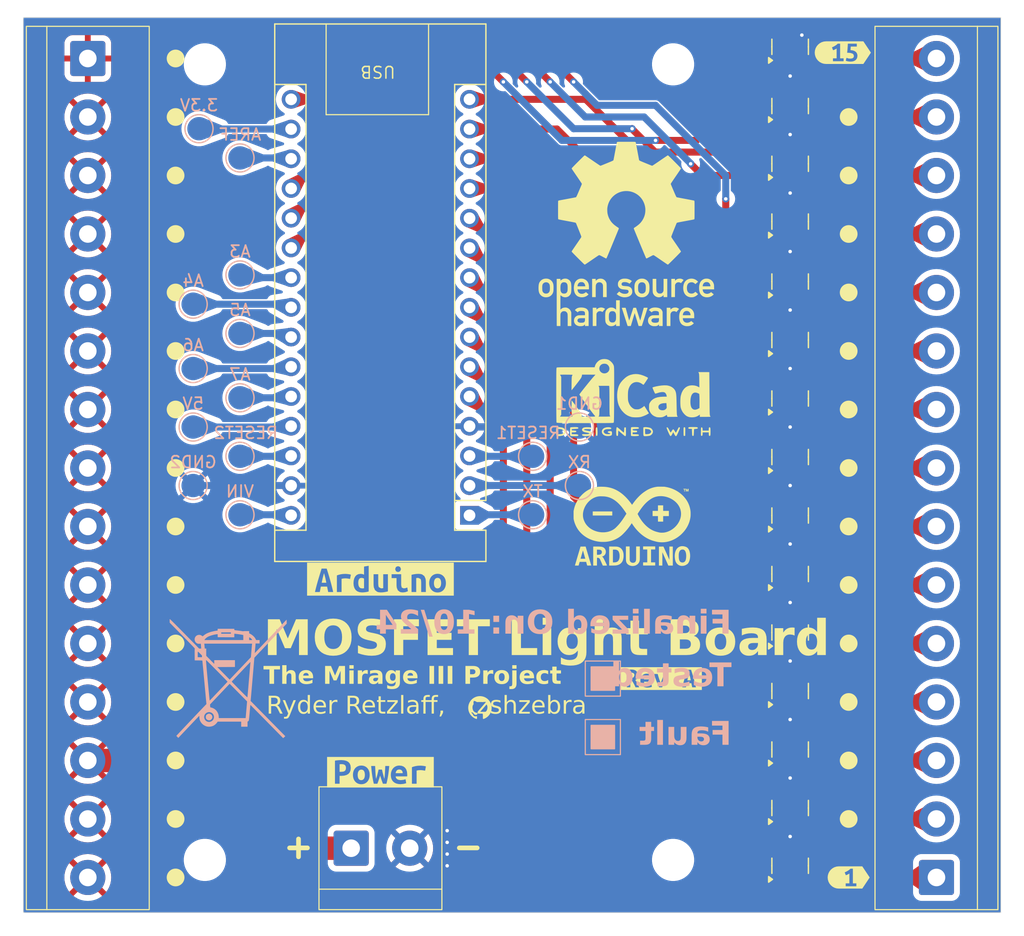
<source format=kicad_pcb>
(kicad_pcb (version 20240108) (generator "pcbnew") (generator_version "8.0")
  (layers (0 "F.Cu" signal) (31 "B.Cu" signal) (34 "B.Paste" user) (35 "F.Paste" user) (36 "B.SilkS" user "B.Silkscreen") (37 "F.SilkS" user "F.Silkscreen") (38 "B.Mask" user) (39 "F.Mask" user) (44 "Edge.Cuts" user))
  (net 0 "")
  (net 1 "Net-(A1-~{RESET}-Pad28)")
  (net 2 "Net-(A1-A5)")
  (net 3 "/M7_Gate")
  (net 4 "/M15_Gate")
  (net 5 "Net-(A1-3V3)")
  (net 6 "/M4_Gate")
  (net 7 "Net-(A1-AREF)")
  (net 8 "Net-(A1-A7)")
  (net 9 "Net-(A1-D1{slash}TX)")
  (net 10 "/M12_Gate")
  (net 11 "Net-(A1-A6)")
  (net 12 "/M3_Gate")
  (net 13 "/M8_Gate")
  (net 14 "Net-(A1-A4)")
  (net 15 "Net-(A1-+5V)")
  (net 16 "/M6_Gate")
  (net 17 "/M10_Gate")
  (net 18 "/M14_Gate")
  (net 19 "/M1_Gate")
  (net 20 "Net-(A1-~{RESET}-Pad3)")
  (net 21 "Net-(A1-VIN)")
  (net 22 "/M9_Gate")
  (net 23 "/M2_Gate")
  (net 24 "/M5_Gate")
  (net 25 "/M13_Gate")
  (net 26 "Net-(A1-A3)")
  (net 27 "Net-(A1-D0{slash}RX)")
  (net 28 "/M11_Gate")
  (net 29 "/M10_Drain")
  (net 30 "/M12_Drain")
  (net 31 "/M8_Drain")
  (net 32 "/M2_Drain")
  (net 33 "/M13_Drain")
  (net 34 "/M3_Drain")
  (net 35 "/M15_Drain")
  (net 36 "/M6_Drain")
  (net 37 "/M4_Drain")
  (net 38 "/M11_Drain")
  (net 39 "/M5_Drain")
  (net 40 "/M1_Drain")
  (net 41 "/M14_Drain")
  (net 42 "/M9_Drain")
  (net 43 "/M7_Drain")
  (net 44 "VCC")
  (net 45 "GND")
  (footprint "kibuzzard-671861A2" (layer "F.Cu") (at 127.5 114.5)
    (property "Reference" "kibuzzard-671861A2" (hide yes))
    (property "Value" "G***" (hide yes))
  )
  (footprint "MountingHole:MountingHole_3.2mm_M3" (layer "F.Cu") (at 112.5 70.5)
    (property "Reference" "H1" (hide yes))
    (property "Value" "MountingHole")
    (pad "" np_thru_hole circle (at 0 0) (size 3.2 3.2) (drill 3.2) (layers "*.Cu" "*.Mask"))
  )
  (footprint "Package_TO_SOT_SMD:SOT-23" (layer "F.Cu") (at 162.5 74.0625 90)
    (property "Reference" "Q14" (hide yes))
    (property "Value" "SK359AN")
    (pad "1" smd roundrect (at -0.9375 -0.95 90) (size 1.475 0.6) (layers "F.Cu" "F.Paste" "F.Mask") (net 18 "/M14_Gate"))
    (pad "2" smd roundrect (at -0.9375 0.95 90) (size 1.475 0.6) (layers "F.Cu" "F.Paste" "F.Mask") (net 41 "/M14_Drain"))
    (pad "3" smd roundrect (at 0.9375 0 90) (size 1.475 0.6) (layers "F.Cu" "F.Paste" "F.Mask") (net 45 "GND"))
  )
  (footprint "Package_TO_SOT_SMD:SOT-23" (layer "F.Cu") (at 162.5 114.0625 90)
    (property "Reference" "Q6" (hide yes))
    (property "Value" "SK359AN")
    (pad "1" smd roundrect (at -0.9375 -0.95 90) (size 1.475 0.6) (layers "F.Cu" "F.Paste" "F.Mask") (net 16 "/M6_Gate"))
    (pad "2" smd roundrect (at -0.9375 0.95 90) (size 1.475 0.6) (layers "F.Cu" "F.Paste" "F.Mask") (net 36 "/M6_Drain"))
    (pad "3" smd roundrect (at 0.9375 0 90) (size 1.475 0.6) (layers "F.Cu" "F.Paste" "F.Mask") (net 45 "GND"))
  )
  (footprint "Project:TerminalBlock_01x15" (layer "F.Cu") (at 175 140 90)
    (property "Reference" "J1" (hide yes))
    (property "Value" "Screw_Terminal_01x15" (hide yes))
    (pad "1" thru_hole roundrect (at 0 0 90) (size 3 3) (drill 1.5) (layers "*.Cu" "*.Mask") (roundrect_rratio 0.08333333333) (net 40 "/M1_Drain"))
    (pad "2" thru_hole circle (at 5 0 90) (size 3 3) (drill 1.5) (layers "*.Cu" "*.Mask") (net 32 "/M2_Drain"))
    (pad "3" thru_hole circle (at 10 0 90) (size 3 3) (drill 1.5) (layers "*.Cu" "*.Mask") (net 34 "/M3_Drain"))
    (pad "4" thru_hole circle (at 15 0 90) (size 3 3) (drill 1.5) (layers "*.Cu" "*.Mask") (net 37 "/M4_Drain"))
    (pad "5" thru_hole circle (at 20 0 90) (size 3 3) (drill 1.5) (layers "*.Cu" "*.Mask") (net 39 "/M5_Drain"))
    (pad "6" thru_hole circle (at 25 0 90) (size 3 3) (drill 1.5) (layers "*.Cu" "*.Mask") (net 36 "/M6_Drain"))
    (pad "7" thru_hole circle (at 30 0 90) (size 3 3) (drill 1.5) (layers "*.Cu" "*.Mask") (net 43 "/M7_Drain"))
    (pad "8" thru_hole circle (at 35 0 90) (size 3 3) (drill 1.5) (layers "*.Cu" "*.Mask") (net 31 "/M8_Drain"))
    (pad "9" thru_hole circle (at 40 0 90) (size 3 3) (drill 1.5) (layers "*.Cu" "*.Mask") (net 42 "/M9_Drain"))
    (pad "10" thru_hole circle (at 45 0 90) (size 3 3) (drill 1.5) (layers "*.Cu" "*.Mask") (net 29 "/M10_Drain"))
    (pad "11" thru_hole circle (at 50 0 90) (size 3 3) (drill 1.5) (layers "*.Cu" "*.Mask") (net 38 "/M11_Drain"))
    (pad "12" thru_hole circle (at 55 0 90) (size 3 3) (drill 1.5) (layers "*.Cu" "*.Mask") (net 30 "/M12_Drain"))
    (pad "13" thru_hole circle (at 60 0 90) (size 3 3) (drill 1.5) (layers "*.Cu" "*.Mask") (net 33 "/M13_Drain"))
    (pad "14" thru_hole circle (at 65 0 90) (size 3 3) (drill 1.5) (layers "*.Cu" "*.Mask") (net 41 "/M14_Drain"))
    (pad "15" thru_hole circle (at 70 0 90) (size 3 3) (drill 1.5) (layers "*.Cu" "*.Mask") (net 35 "/M15_Drain"))
  )
  (footprint "kibuzzard-67197C5A" (layer "F.Cu") (at 151.5 123)
    (property "Reference" "kibuzzard-67197C5A" (hide yes))
    (property "Value" "G***" (hide yes))
  )
  (footprint "Package_TO_SOT_SMD:SOT-23" (layer "F.Cu") (at 162.5 94.0625 90)
    (property "Reference" "Q10" (hide yes))
    (property "Value" "SK359AN")
    (pad "1" smd roundrect (at -0.9375 -0.95 90) (size 1.475 0.6) (layers "F.Cu" "F.Paste" "F.Mask") (net 17 "/M10_Gate"))
    (pad "2" smd roundrect (at -0.9375 0.95 90) (size 1.475 0.6) (layers "F.Cu" "F.Paste" "F.Mask") (net 29 "/M10_Drain"))
    (pad "3" smd roundrect (at 0.9375 0 90) (size 1.475 0.6) (layers "F.Cu" "F.Paste" "F.Mask") (net 45 "GND"))
  )
  (footprint "Package_TO_SOT_SMD:SOT-23" (layer "F.Cu") (at 162.5 83.9375 90)
    (property "Reference" "Q12" (hide yes))
    (property "Value" "SK359AN")
    (pad "1" smd roundrect (at -0.9375 -0.95 90) (size 1.475 0.6) (layers "F.Cu" "F.Paste" "F.Mask") (net 10 "/M12_Gate"))
    (pad "2" smd roundrect (at -0.9375 0.95 90) (size 1.475 0.6) (layers "F.Cu" "F.Paste" "F.Mask") (net 30 "/M12_Drain"))
    (pad "3" smd roundrect (at 0.9375 0 90) (size 1.475 0.6) (layers "F.Cu" "F.Paste" "F.Mask") (net 45 "GND"))
  )
  (footprint "Package_TO_SOT_SMD:SOT-23" (layer "F.Cu") (at 162.5 99.0625 90)
    (property "Reference" "Q9" (hide yes))
    (property "Value" "SK359AN")
    (pad "1" smd roundrect (at -0.9375 -0.95 90) (size 1.475 0.6) (layers "F.Cu" "F.Paste" "F.Mask") (net 22 "/M9_Gate"))
    (pad "2" smd roundrect (at -0.9375 0.95 90) (size 1.475 0.6) (layers "F.Cu" "F.Paste" "F.Mask") (net 42 "/M9_Drain"))
    (pad "3" smd roundrect (at 0.9375 0 90) (size 1.475 0.6) (layers "F.Cu" "F.Paste" "F.Mask") (net 45 "GND"))
  )
  (footprint "Package_TO_SOT_SMD:SOT-23" (layer "F.Cu") (at 162.5 89.0625 90)
    (property "Reference" "Q11" (hide yes))
    (property "Value" "SK359AN")
    (pad "1" smd roundrect (at -0.9375 -0.95 90) (size 1.475 0.6) (layers "F.Cu" "F.Paste" "F.Mask") (net 28 "/M11_Gate"))
    (pad "2" smd roundrect (at -0.9375 0.95 90) (size 1.475 0.6) (layers "F.Cu" "F.Paste" "F.Mask") (net 38 "/M11_Drain"))
    (pad "3" smd roundrect (at 0.9375 0 90) (size 1.475 0.6) (layers "F.Cu" "F.Paste" "F.Mask") (net 45 "GND"))
  )
  (footprint "Package_TO_SOT_SMD:SOT-23" (layer "F.Cu") (at 162.5 104.0625 90)
    (property "Reference" "Q8" (hide yes))
    (property "Value" "SK359AN")
    (pad "1" smd roundrect (at -0.9375 -0.95 90) (size 1.475 0.6) (layers "F.Cu" "F.Paste" "F.Mask") (net 13 "/M8_Gate"))
    (pad "2" smd roundrect (at -0.9375 0.95 90) (size 1.475 0.6) (layers "F.Cu" "F.Paste" "F.Mask") (net 31 "/M8_Drain"))
    (pad "3" smd roundrect (at 0.9375 0 90) (size 1.475 0.6) (layers "F.Cu" "F.Paste" "F.Mask") (net 45 "GND"))
  )
  (footprint "MountingHole:MountingHole_3.2mm_M3" (layer "F.Cu") (at 112.5 138.5)
    (property "Reference" "H3" (hide yes))
    (property "Value" "MountingHole")
    (pad "" np_thru_hole circle (at 0 0) (size 3.2 3.2) (drill 3.2) (layers "*.Cu" "*.Mask"))
  )
  (footprint "LOGO" (layer "F.Cu") (at 149 99)
    (property "Reference" "G***" (hide yes))
    (property "Value" "LOGO" (hide yes))
  )
  (footprint "LOGO" (layer "F.Cu") (at 136 125.5)
    (property "Reference" "G***" (hide yes))
    (property "Value" "LOGO" (hide yes))
  )
  (footprint "Project:TerminalBlock_01x2" (layer "F.Cu") (at 125 137.5)
    (property "Reference" "J2" (hide yes))
    (property "Value" "Screw_Terminal_01x02" (hide yes))
    (pad "1" thru_hole roundrect (at 0 0) (size 3 3) (drill 1.5) (layers "*.Cu" "*.Mask") (roundrect_rratio 0.08333333333) (net 44 "VCC"))
    (pad "2" thru_hole circle (at 5 0) (size 3 3) (drill 1.5) (layers "*.Cu" "*.Mask") (net 45 "GND"))
  )
  (footprint "Package_TO_SOT_SMD:SOT-23" (layer "F.Cu") (at 162.5 124.0625 90)
    (property "Reference" "Q4" (hide yes))
    (property "Value" "SK359AN")
    (pad "1" smd roundrect (at -0.9375 -0.95 90) (size 1.475 0.6) (layers "F.Cu" "F.Paste" "F.Mask") (net 6 "/M4_Gate"))
    (pad "2" smd roundrect (at -0.9375 0.95 90) (size 1.475 0.6) (layers "F.Cu" "F.Paste" "F.Mask") (net 37 "/M4_Drain"))
    (pad "3" smd roundrect (at 0.9375 0 90) (size 1.475 0.6) (layers "F.Cu" "F.Paste" "F.Mask") (net 45 "GND"))
  )
  (footprint "Package_TO_SOT_SMD:SOT-23" (layer "F.Cu") (at 162.5 109.0625 90)
    (property "Reference" "Q7" (hide yes))
    (property "Value" "SK359AN")
    (pad "1" smd roundrect (at -0.9375 -0.95 90) (size 1.475 0.6) (layers "F.Cu" "F.Paste" "F.Mask") (net 3 "/M7_Gate"))
    (pad "2" smd roundrect (at -0.9375 0.95 90) (size 1.475 0.6) (layers "F.Cu" "F.Paste" "F.Mask") (net 43 "/M7_Drain"))
    (pad "3" smd roundrect (at 0.9375 0 90) (size 1.475 0.6) (layers "F.Cu" "F.Paste" "F.Mask") (net 45 "GND"))
  )
  (footprint "Package_TO_SOT_SMD:SOT-23" (layer "F.Cu") (at 162.5 139 90)
    (property "Reference" "Q1" (hide yes))
    (property "Value" "SK359AN")
    (pad "1" smd roundrect (at -0.9375 -0.95 90) (size 1.475 0.6) (layers "F.Cu" "F.Paste" "F.Mask") (net 19 "/M1_Gate"))
    (pad "2" smd roundrect (at -0.9375 0.95 90) (size 1.475 0.6) (layers "F.Cu" "F.Paste" "F.Mask") (net 40 "/M1_Drain"))
    (pad "3" smd roundrect (at 0.9375 0 90) (size 1.475 0.6) (layers "F.Cu" "F.Paste" "F.Mask") (net 45 "GND"))
  )
  (footprint "LOGO" (layer "F.Cu") (at 149 110)
    (property "Reference" "G***" (hide yes))
    (property "Value" "LOGO" (hide yes))
  )
  (footprint "MountingHole:MountingHole_3.2mm_M3" (layer "F.Cu") (at 152.5 70.5)
    (property "Reference" "H2" (hide yes))
    (property "Value" "MountingHole")
    (pad "" np_thru_hole circle (at 0 0) (size 3.2 3.2) (drill 3.2) (layers "*.Cu" "*.Mask"))
  )
  (footprint "Package_TO_SOT_SMD:SOT-23" (layer "F.Cu") (at 162.5 119.0625 90)
    (property "Reference" "Q5" (hide yes))
    (property "Value" "SK359AN")
    (pad "1" smd roundrect (at -0.9375 -0.95 90) (size 1.475 0.6) (layers "F.Cu" "F.Paste" "F.Mask") (net 24 "/M5_Gate"))
    (pad "2" smd roundrect (at -0.9375 0.95 90) (size 1.475 0.6) (layers "F.Cu" "F.Paste" "F.Mask") (net 39 "/M5_Drain"))
    (pad "3" smd roundrect (at 0.9375 0 90) (size 1.475 0.6) (layers "F.Cu" "F.Paste" "F.Mask") (net 45 "GND"))
  )
  (footprint "kibuzzard-67186155" (layer "F.Cu") (at 127.5 131)
    (property "Reference" "kibuzzard-67186155" (hide yes))
    (property "Value" "G***" (hide yes))
  )
  (footprint "Package_TO_SOT_SMD:SOT-23" (layer "F.Cu") (at 162.5 134.0625 90)
    (property "Reference" "Q2" (hide yes))
    (property "Value" "SK359AN")
    (pad "1" smd roundrect (at -0.9375 -0.95 90) (size 1.475 0.6) (layers "F.Cu" "F.Paste" "F.Mask") (net 23 "/M2_Gate"))
    (pad "2" smd roundrect (at -0.9375 0.95 90) (size 1.475 0.6) (layers "F.Cu" "F.Paste" "F.Mask") (net 32 "/M2_Drain"))
    (pad "3" smd roundrect (at 0.9375 0 90) (size 1.475 0.6) (layers "F.Cu" "F.Paste" "F.Mask") (net 45 "GND"))
  )
  (footprint "Package_TO_SOT_SMD:SOT-23" (layer "F.Cu") (at 162.5 129.0625 90)
    (property "Reference" "Q3" (hide yes))
    (property "Value" "SK359AN")
    (pad "1" smd roundrect (at -0.9375 -0.95 90) (size 1.475 0.6) (layers "F.Cu" "F.Paste" "F.Mask") (net 12 "/M3_Gate"))
    (pad "2" smd roundrect (at -0.9375 0.95 90) (size 1.475 0.6) (layers "F.Cu" "F.Paste" "F.Mask") (net 34 "/M3_Drain"))
    (pad "3" smd roundrect (at 0.9375 0 90) (size 1.475 0.6) (layers "F.Cu" "F.Paste" "F.Mask") (net 45 "GND"))
  )
  (footprint "kibuzzard-67186087" (layer "F.Cu") (at 167.5 140)
    (property "Reference" "kibuzzard-67186087" (hide yes))
    (property "Value" "G***" (hide yes))
  )
  (footprint "Project:TerminalBlock_01x15" (layer "F.Cu") (at 102.5 70 -90)
    (property "Reference" "J4" (hide yes))
    (property "Value" "Screw_Terminal_01x15" (hide yes))
    (pad "1" thru_hole roundrect (at 0 0 270) (size 3 3) (drill 1.5) (layers "*.Cu" "*.Mask") (roundrect_rratio 0.08333333333) (net 44 "VCC"))
    (pad "2" thru_hole circle (at 5 0 270) (size 3 3) (drill 1.5) (layers "*.Cu" "*.Mask") (net 44 "VCC"))
    (pad "3" thru_hole circle (at 10 0 270) (size 3 3) (drill 1.5) (layers "*.Cu" "*.Mask") (net 44 "VCC"))
    (pad "4" thru_hole circle (at 15 0 270) (size 3 3) (drill 1.5) (layers "*.Cu" "*.Mask") (net 44 "VCC"))
    (pad "5" thru_hole circle (at 20 0 270) (size 3 3) (drill 1.5) (layers "*.Cu" "*.Mask") (net 44 "VCC"))
    (pad "6" thru_hole circle (at 25 0 270) (size 3 3) (drill 1.5) (layers "*.Cu" "*.Mask") (net 44 "VCC"))
    (pad "7" thru_hole circle (at 30 0 270) (size 3 3) (drill 1.5) (layers "*.Cu" "*.Mask") (net 44 "VCC"))
    (pad "8" thru_hole circle (at 35 0 270) (size 3 3) (drill 1.5) (layers "*.Cu" "*.Mask") (net 44 "VCC"))
    (pad "9" thru_hole circle (at 40 0 270) (size 3 3) (drill 1.5) (layers "*.Cu" "*.Mask") (net 44 "VCC"))
    (pad "10" thru_hole circle (at 45 0 270) (size 3 3) (drill 1.5) (layers "*.Cu" "*.Mask") (net 44 "VCC"))
    (pad "11" thru_hole circle (at 50 0 270) (size 3 3) (drill 1.5) (layers "*.Cu" "*.Mask") (net 44 "VCC"))
    (pad "12" thru_hole circle (at 55 0 270) (size 3 3) (drill 1.5) (layers "*.Cu" "*.Mask") (net 44 "VCC"))
    (pad "13" thru_hole circle (at 60 0 270) (size 3 3) (drill 1.5) (layers "*.Cu" "*.Mask") (net 44 "VCC"))
    (pad "14" thru_hole circle (at 65 0 270) (size 3 3) (drill 1.5) (layers "*.Cu" "*.Mask") (net 44 "VCC"))
    (pad "15" thru_hole circle (at 70 0 270) (size 3 3) (drill 1.5) (layers "*.Cu" "*.Mask") (net 44 "VCC"))
  )
  (footprint "kibuzzard-671860AF" (layer "F.Cu") (at 167 69.5)
    (property "Reference" "kibuzzard-671860AF" (hide yes))
    (property "Value" "G***" (hide yes))
  )
  (footprint "Package_TO_SOT_SMD:SOT-23" (layer "F.Cu") (at 162.5 79 90)
    (property "Reference" "Q13" (hide yes))
    (property "Value" "SK359AN")
    (pad "1" smd roundrect (at -0.9375 -0.95 90) (size 1.475 0.6) (layers "F.Cu" "F.Paste" "F.Mask") (net 25 "/M13_Gate"))
    (pad "2" smd roundrect (at -0.9375 0.95 90) (size 1.475 0.6) (layers "F.Cu" "F.Paste" "F.Mask") (net 33 "/M13_Drain"))
    (pad "3" smd roundrect (at 0.9375 0 90) (size 1.475 0.6) (layers "F.Cu" "F.Paste" "F.Mask") (net 45 "GND"))
  )
  (footprint "Package_TO_SOT_SMD:SOT-23" (layer "F.Cu") (at 162.5 69 90)
    (property "Reference" "Q15" (hide yes))
    (property "Value" "SK359AN")
    (pad "1" smd roundrect (at -0.9375 -0.95 90) (size 1.475 0.6) (layers "F.Cu" "F.Paste" "F.Mask") (net 4 "/M15_Gate"))
    (pad "2" smd roundrect (at -0.9375 0.95 90) (size 1.475 0.6) (layers "F.Cu" "F.Paste" "F.Mask") (net 35 "/M15_Drain"))
    (pad "3" smd roundrect (at 0.9375 0 90) (size 1.475 0.6) (layers "F.Cu" "F.Paste" "F.Mask") (net 45 "GND"))
  )
  (footprint "Project:Arduino_Nano" (layer "F.Cu") (at 135.11 109.05 180)
    (property "Reference" "A1" (hide yes))
    (property "Value" "Arduino_Nano_v2.x")
    (fp_text user "USB" (at 6.25 38.5 180) (layer "F.SilkS") (effects (font (thickness 0.125)) (justify left bottom)))
    (pad "1" thru_hole rect (at 0 0 180) (size 1.6 1.6) (drill 1) (layers "*.Cu" "*.Mask") (net 9 "Net-(A1-D1{slash}TX)"))
    (pad "2" thru_hole oval (at 0 2.54 180) (size 1.6 1.6) (drill 1) (layers "*.Cu" "*.Mask") (net 27 "Net-(A1-D0{slash}RX)"))
    (pad "3" thru_hole oval (at 0 5.08 180) (size 1.6 1.6) (drill 1) (layers "*.Cu" "*.Mask") (net 20 "Net-(A1-~{RESET}-Pad3)"))
    (pad "4" thru_hole oval (at 0 7.62 180) (size 1.6 1.6) (drill 1) (layers "*.Cu" "*.Mask") (net 45 "GND"))
    (pad "5" thru_hole oval (at 0 10.16 180) (size 1.6 1.6) (drill 1) (layers "*.Cu" "*.Mask") (net 19 "/M1_Gate"))
    (pad "6" thru_hole oval (at 0 12.7 180) (size 1.6 1.6) (drill 1) (layers "*.Cu" "*.Mask") (net 23 "/M2_Gate"))
    (pad "7" thru_hole oval (at 0 15.24 180) (size 1.6 1.6) (drill 1) (layers "*.Cu" "*.Mask") (net 12 "/M3_Gate"))
    (pad "8" thru_hole oval (at 0 17.78 180) (size 1.6 1.6) (drill 1) (layers "*.Cu" "*.Mask") (net 6 "/M4_Gate"))
    (pad "9" thru_hole oval (at 0 20.32 180) (size 1.6 1.6) (drill 1) (layers "*.Cu" "*.Mask") (net 24 "/M5_Gate"))
    (pad "10" thru_hole oval (at 0 22.86 180) (size 1.6 1.6) (drill 1) (layers "*.Cu" "*.Mask") (net 16 "/M6_Gate"))
    (pad "11" thru_hole oval (at 0 25.4 180) (size 1.6 1.6) (drill 1) (layers "*.Cu" "*.Mask") (net 3 "/M7_Gate"))
    (pad "12" thru_hole oval (at 0 27.94 180) (size 1.6 1.6) (drill 1) (layers "*.Cu" "*.Mask") (net 13 "/M8_Gate"))
    (pad "13" thru_hole oval (at 0 30.48 180) (size 1.6 1.6) (drill 1) (layers "*.Cu" "*.Mask") (net 22 "/M9_Gate"))
    (pad "14" thru_hole oval (at 0 33.02 180) (size 1.6 1.6) (drill 1) (layers "*.Cu" "*.Mask") (net 17 "/M10_Gate"))
    (pad "15" thru_hole oval (at 0 35.56 180) (size 1.6 1.6) (drill 1) (layers "*.Cu" "*.Mask") (net 28 "/M11_Gate"))
    (pad "16" thru_hole oval (at 15.24 35.56 180) (size 1.6 1.6) (drill 1) (layers "*.Cu" "*.Mask") (net 10 "/M12_Gate"))
    (pad "17" thru_hole oval (at 15.24 33.02 180) (size 1.6 1.6) (drill 1) (layers "*.Cu" "*.Mask") (net 5 "Net-(A1-3V3)"))
    (pad "18" thru_hole oval (at 15.24 30.48 180) (size 1.6 1.6) (drill 1) (layers "*.Cu" "*.Mask") (net 7 "Net-(A1-AREF)"))
    (pad "19" thru_hole oval (at 15.24 27.94 180) (size 1.6 1.6) (drill 1) (layers "*.Cu" "*.Mask") (net 25 "/M13_Gate"))
    (pad "20" thru_hole oval (at 15.24 25.4 180) (size 1.6 1.6) (drill 1) (layers "*.Cu" "*.Mask") (net 18 "/M14_Gate"))
    (pad "21" thru_hole oval (at 15.24 22.86 180) (size 1.6 1.6) (drill 1) (layers "*.Cu" "*.Mask") (net 4 "/M15_Gate"))
    (pad "22" thru_hole oval (at 15.24 20.32 180) (size 1.6 1.6) (drill 1) (layers "*.Cu" "*.Mask") (net 26 "Net-(A1-A3)"))
    (pad "23" thru_hole oval (at 15.24 17.78 180) (size 1.6 1.6) (drill 1) (layers "*.Cu" "*.Mask") (net 14 "Net-(A1-A4)"))
    (pad "24" thru_hole oval (at 15.24 15.24 180) (size 1.6 1.6) (drill 1) (layers "*.Cu" "*.Mask") (net 2 "Net-(A1-A5)"))
    (pad "25" thru_hole oval (at 15.24 12.7 180) (size 1.6 1.6) (drill 1) (layers "*.Cu" "*.Mask") (net 11 "Net-(A1-A6)"))
    (pad "26" thru_hole oval (at 15.24 10.16 180) (size 1.6 1.6) (drill 1) (layers "*.Cu" "*.Mask") (net 8 "Net-(A1-A7)"))
    (pad "27" thru_hole oval (at 15.24 7.62 180) (size 1.6 1.6) (drill 1) (layers "*.Cu" "*.Mask") (net 15 "Net-(A1-+5V)"))
    (pad "28" thru_hole oval (at 15.24 5.08 180) (size 1.6 1.6) (drill 1) (layers "*.Cu" "*.Mask") (net 1 "Net-(A1-~{RESET}-Pad28)"))
    (pad "29" thru_hole oval (at 15.24 2.54 180) (size 1.6 1.6) (drill 1) (layers "*.Cu" "*.Mask") (net 45 "GND"))
    (pad "30" thru_hole oval (at 15.24 0 180) (size 1.6 1.6) (drill 1) (layers "*.Cu" "*.Mask") (net 21 "Net-(A1-VIN)"))
  )
  (footprint "MountingHole:MountingHole_3.2mm_M3" (layer "F.Cu") (at 152.5 138.5)
    (property "Reference" "H4" (hide yes))
    (property "Value" "MountingHole")
    (pad "" np_thru_hole circle (at 0 0) (size 3.2 3.2) (drill 3.2) (layers "*.Cu" "*.Mask"))
  )
  (footprint "LOGO" (layer "F.Cu") (at 148.5 85)
    (property "Reference" "G***" (hide yes))
    (property "Value" "LOGO" (hide yes))
  )
  (footprint "TestPoint:TestPoint_Pad_D2.0mm" (layer "B.Cu") (at 111.5 96.5 180)
    (property "Reference" "A6" (at 0 1.998 0) (layer "B.SilkS") (effects (justify mirror)))
    (property "Value" "TestPoint")
    (pad "1" smd circle (at 0 0 180) (size 2 2) (layers "B.Cu" "B.Mask") (net 11 "Net-(A1-A6)"))
  )
  (footprint "TestPoint:TestPoint_Pad_D2.0mm" (layer "B.Cu") (at 140.5 109 180)
    (property "Reference" "TX" (at 0 1.998 0) (layer "B.SilkS") (effects (justify mirror)))
    (property "Value" "TestPoint")
    (pad "1" smd circle (at 0 0 180) (size 2 2) (layers "B.Cu" "B.Mask") (net 9 "Net-(A1-D1{slash}TX)"))
  )
  (footprint "TestPoint:TestPoint_Pad_D2.0mm" (layer "B.Cu") (at 111.5 106.5 180)
    (property "Reference" "GND2" (at 0 1.998 0) (layer "B.SilkS") (effects (justify mirror)))
    (property "Value" "TestPoint")
    (pad "1" smd circle (at 0 0 180) (size 2 2) (layers "B.Cu" "B.Mask") (net 45 "GND"))
  )
  (footprint "LOGO" (layer "B.Cu") (at 114.5 123 180)
    (property "Reference" "G***" (hide yes))
    (property "Value" "LOGO" (hide yes))
  )
  (footprint "TestPoint:TestPoint_Pad_D2.0mm" (layer "B.Cu") (at 115.5 78.5 180)
    (property "Reference" "AREF" (at 0 1.998 0) (layer "B.SilkS") (effects (justify mirror)))
    (property "Value" "TestPoint")
    (pad "1" smd circle (at 0 0 180) (size 2 2) (layers "B.Cu" "B.Mask") (net 7 "Net-(A1-AREF)"))
  )
  (footprint "TestPoint:TestPoint_Pad_D2.0mm" (layer "B.Cu") (at 115.5 104 180)
    (property "Reference" "RESET2" (at -0.5 1.998 0) (layer "B.SilkS") (effects (justify mirror)))
    (property "Value" "TestPoint")
    (pad "1" smd circle (at 0 0 180) (size 2 2) (layers "B.Cu" "B.Mask") (net 1 "Net-(A1-~{RESET}-Pad28)"))
  )
  (footprint "TestPoint:TestPoint_Pad_D2.0mm" (layer "B.Cu") (at 115.5 99 180)
    (property "Reference" "A7" (at 0 1.998 0) (layer "B.SilkS") (effects (justify mirror)))
    (property "Value" "TestPoint")
    (pad "1" smd circle (at 0 0 180) (size 2 2) (layers "B.Cu" "B.Mask") (net 8 "Net-(A1-A7)"))
  )
  (footprint "TestPoint:TestPoint_Pad_D2.0mm" (layer "B.Cu") (at 144.5 101.5 180)
    (property "Reference" "GND1" (at 0 1.998 0) (layer "B.SilkS") (effects (justify mirror)))
    (property "Value" "TestPoint")
    (pad "1" smd circle (at 0 0 180) (size 2 2) (layers "B.Cu" "B.Mask") (net 45 "GND"))
  )
  (footprint "TestPoint:TestPoint_Pad_D2.0mm" (layer "B.Cu") (at 115.5 88.5 180)
    (property "Reference" "A3" (at 0 1.998 0) (layer "B.SilkS") (effects (justify mirror)))
    (property "Value" "TestPoint")
    (pad "1" smd circle (at 0 0 180) (size 2 2) (layers "B.Cu" "B.Mask") (net 26 "Net-(A1-A3)"))
  )
  (footprint "TestPoint:TestPoint_Pad_D2.0mm" (layer "B.Cu") (at 115.5 93.5 180)
    (property "Reference" "A5" (at 0 1.998 0) (layer "B.SilkS") (effects (justify mirror)))
    (property "Value" "TestPoint")
    (pad "1" smd circle (at 0 0 180) (size 2 2) (layers "B.Cu" "B.Mask") (net 2 "Net-(A1-A5)"))
  )
  (footprint "TestPoint:TestPoint_Pad_D2.0mm" (layer "B.Cu") (at 115.5 109 180)
    (property "Reference" "VIN" (at 0 1.998 0) (layer "B.SilkS") (effects (justify mirror)))
    (property "Value" "TestPoint")
    (pad "1" smd circle (at 0 0 180) (size 2 2) (layers "B.Cu" "B.Mask") (net 21 "Net-(A1-VIN)"))
  )
  (footprint "TestPoint:TestPoint_Pad_D2.0mm" (layer "B.Cu") (at 112 76 180)
    (property "Reference" "3.3V" (at 0 1.998 0) (layer "B.SilkS") (effects (justify mirror)))
    (property "Value" "TestPoint")
    (pad "1" smd circle (at 0 0 180) (size 2 2) (layers "B.Cu" "B.Mask") (net 5 "Net-(A1-3V3)"))
  )
  (footprint "TestPoint:TestPoint_Pad_D2.0mm" (layer "B.Cu") (at 144.5 106.5 180)
    (property "Reference" "RX" (at 0 1.998 0) (layer "B.SilkS") (effects (justify mirror)))
    (property "Value" "TestPoint")
    (pad "1" smd circle (at 0 0 180) (size 2 2) (layers "B.Cu" "B.Mask") (net 27 "Net-(A1-D0{slash}RX)"))
  )
  (footprint "TestPoint:TestPoint_Pad_D2.0mm" (layer "B.Cu") (at 111.5 91 180)
    (property "Reference" "A4" (at 0 1.998 0) (layer "B.SilkS") (effects (justify mirror)))
    (property "Value" "TestPoint")
    (pad "1" smd circle (at 0 0 180) (size 2 2) (layers "B.Cu" "B.Mask") (net 14 "Net-(A1-A4)"))
  )
  (footprint "TestPoint:TestPoint_Pad_D2.0mm" (layer "B.Cu") (at 140.5 104 180)
    (property "Reference" " RESET1" (at 0 1.998 0) (layer "B.SilkS") (effects (justify mirror)))
    (property "Value" "TestPoint")
    (pad "1" smd circle (at 0 0 180) (size 2 2) (layers "B.Cu" "B.Mask") (net 20 "Net-(A1-~{RESET}-Pad3)"))
  )
  (footprint "TestPoint:TestPoint_Pad_D2.0mm" (layer "B.Cu") (at 111.5 101.5 180)
    (property "Reference" "5V" (at 0 1.998 0) (layer "B.SilkS") (effects (justify mirror)))
    (property "Value" "TestPoint")
    (pad "1" smd circle (at 0 0 180) (size 2 2) (layers "B.Cu" "B.Mask") (net 15 "Net-(A1-+5V)"))
  )
  (gr_rect (start 145.5 127) (end 147.5 129) (stroke (width 0.1)) (fill solid) (layer "B.SilkS"))
  (gr_rect (start 145.5 122) (end 147.5 124) (stroke (width 0.1)) (fill solid) (layer "B.SilkS"))
  (gr_rect (start 145 126.5) (end 148 129.5) (stroke (width 0.1)) (fill none) (layer "B.SilkS"))
  (gr_rect (start 145 121.5) (end 148 124.5) (stroke (width 0.1)) (fill none) (layer "B.SilkS"))
  (gr_circle (center 110 115) (end 110.707107 115) (stroke (width 0.1)) (fill solid) (layer "F.SilkS"))
  (gr_circle (center 167.5 85) (end 168.207107 85) (stroke (width 0.1)) (fill solid) (layer "F.SilkS"))
  (gr_circle (center 167.5 95) (end 168.207107 95) (stroke (width 0.1)) (fill solid) (layer "F.SilkS"))
  (gr_circle (center 110 70) (end 110.707107 70) (stroke (width 0.1)) (fill solid) (layer "F.SilkS"))
  (gr_circle (center 110 110) (end 110.707107 110) (stroke (width 0.1)) (fill solid) (layer "F.SilkS"))
  (gr_circle (center 110 140) (end 110.707107 140) (stroke (width 0.1)) (fill solid) (layer "F.SilkS"))
  (gr_circle (center 167.5 125) (end 168.207107 125) (stroke (width 0.1)) (fill solid) (layer "F.SilkS"))
  (gr_circle (center 167.5 115) (end 168.207107 115) (stroke (width 0.1)) (fill solid) (layer "F.SilkS"))
  (gr_circle (center 110 130) (end 110.707107 130) (stroke (width 0.1)) (fill solid) (layer "F.SilkS"))
  (gr_circle (center 167.5 135) (end 168.207107 135) (stroke (width 0.1)) (fill solid) (layer "F.SilkS"))
  (gr_circle (center 110 100) (end 110.707107 100) (stroke (width 0.1)) (fill solid) (layer "F.SilkS"))
  (gr_circle (center 110 95) (end 110.707107 95) (stroke (width 0.1)) (fill solid) (layer "F.SilkS"))
  (gr_circle (center 110 125) (end 110.707107 125) (stroke (width 0.1)) (fill solid) (layer "F.SilkS"))
  (gr_circle (center 167.5 80) (end 168.207107 80) (stroke (width 0.1)) (fill solid) (layer "F.SilkS"))
  (gr_circle (center 110 120) (end 110.707107 120) (stroke (width 0.1)) (fill solid) (layer "F.SilkS"))
  (gr_circle (center 167.5 105) (end 168.207107 105) (stroke (width 0.1)) (fill solid) (layer "F.SilkS"))
  (gr_circle (center 110 85) (end 110.707107 85) (stroke (width 0.1)) (fill solid) (layer "F.SilkS"))
  (gr_circle (center 110 105) (end 110.707107 105) (stroke (width 0.1)) (fill solid) (layer "F.SilkS"))
  (gr_circle (center 167.5 90) (end 168.207107 90) (stroke (width 0.1)) (fill solid) (layer "F.SilkS"))
  (gr_circle (center 167.5 120) (end 168.207107 120) (stroke (width 0.1)) (fill solid) (layer "F.SilkS"))
  (gr_circle (center 110 135) (end 110.707107 135) (stroke (width 0.1)) (fill solid) (layer "F.SilkS"))
  (gr_circle (center 167.5 110) (end 168.207107 110) (stroke (width 0.1)) (fill solid) (layer "F.SilkS"))
  (gr_circle (center 167.5 75) (end 168.207107 75) (stroke (width 0.1)) (fill solid) (layer "F.SilkS"))
  (gr_circle (center 110 90) (end 110.707107 90) (stroke (width 0.1)) (fill solid) (layer "F.SilkS"))
  (gr_circle (center 110 80) (end 110.707107 80) (stroke (width 0.1)) (fill solid) (layer "F.SilkS"))
  (gr_circle (center 110 75) (end 110.707107 75) (stroke (width 0.1)) (fill solid) (layer "F.SilkS"))
  (gr_circle (center 167.5 130) (end 168.207107 130) (stroke (width 0.1)) (fill solid) (layer "F.SilkS"))
  (gr_circle (center 167.5 100) (end 168.207107 100) (stroke (width 0.1)) (fill solid) (layer "F.SilkS"))
  (gr_rect (start 97 66.5) (end 180.5 143) (stroke (width 0.05)) (fill none) (layer "Edge.Cuts"))
  (gr_text "Fault" (at 157.5 129 0) (layer "B.SilkS") (effects (font (size 2 2) (thickness 0.4) (bold yes)) (justify left bottom mirror)))
  (gr_text "Finalized On: 10/24" (at 157.5 119.5 0) (layer "B.SilkS") (effects (font (size 2 2) (thickness 0.4) (bold yes)) (justify left bottom mirror)))
  (gr_text "Tested" (at 157.5 124 0) (layer "B.SilkS") (effects (font (size 2 2) (thickness 0.4) (bold yes)) (justify left bottom mirror)))
  (gr_text "Ryder Retzlaff,    zshzebra" (at 117.75 126.25 0) (layer "F.SilkS") (effects (font (size 1.5 1.5) (thickness 0.1)) (justify left bottom)))
  (gr_text "MOSFET Light Board" (at 117.5 121.5 0) (layer "F.SilkS") (effects (font (size 3 3) (thickness 0.5) (bold yes)) (justify left bottom)))
  (gr_text "The Mirage III Project" (at 117.5 123.704123 0) (layer "F.SilkS") (effects (font (size 1.5 1.5) (thickness 0.3) (bold yes)) (justify left bottom)))
  (gr_text "+" (at 119 138.5 0) (layer "F.SilkS") (effects (font (size 2 2) (thickness 0.4) (bold yes)) (justify left bottom)))
  (gr_text "-" (at 133.5 138.5 0) (layer "F.SilkS") (effects (font (size 2 2) (thickness 0.4) (bold yes)) (justify left bottom)))
  (segment (start 119.84 104) (end 119.87 103.97) (width 0.6) (layer "B.Cu") (net 1))
  (segment (start 115.5 104) (end 119.84 104) (width 0.6) (layer "B.Cu") (net 1))
  (segment (start 119.56 93.5) (end 119.87 93.81) (width 0.6) (layer "B.Cu") (net 2))
  (segment (start 115.5 93.5) (end 119.56 93.5) (width 0.6) (layer "B.Cu") (net 2))
  (segment (start 135.2 83.65) (end 135.11 83.65) (width 0.6) (layer "F.Cu") (net 3))
  (segment (start 161.55 110) (end 135.2 83.65) (width 0.6) (layer "F.Cu") (net 3))
  (segment (start 137 71) (end 138 72) (width 0.6) (layer "F.Cu") (net 4))
  (segment (start 134 72) (end 135 71) (width 0.6) (layer "F.Cu") (net 4))
  (segment (start 134 72.06) (end 134 72) (width 0.6) (layer "F.Cu") (net 4))
  (segment (start 119.87 86.19) (end 134 72.06) (width 0.6) (layer "F.Cu") (net 4))
  (segment (start 135 71) (end 137 71) (width 0.6) (layer "F.Cu") (net 4))
  (segment (start 151 77) (end 154.4875 77) (width 0.6) (layer "F.Cu") (net 4))
  (segment (start 154.4875 77) (end 161.55 69.9375) (width 0.6) (layer "F.Cu") (net 4))
  (via (at 138 72) (size 0.6) (drill 0.3) (layers "F.Cu" "B.Cu") (net 4))
  (via (at 151 77) (size 0.6) (drill 0.3) (layers "F.Cu" "B.Cu") (net 4))
  (segment (start 138 72) (end 143 77) (width 0.6) (layer "B.Cu") (net 4))
  (segment (start 143 77) (end 151 77) (width 0.6) (layer "B.Cu") (net 4))
  (segment (start 119.87 76.03) (end 112.03 76.03) (width 0.6) (layer "B.Cu") (net 5))
  (segment (start 112.03 76.03) (end 112 76) (width 0.6) (layer "B.Cu") (net 5))
  (segment (start 144 107.45) (end 144 100.16) (width 0.6) (layer "F.Cu") (net 6))
  (segment (start 161.55 125) (end 144 107.45) (width 0.6) (layer "F.Cu") (net 6))
  (segment (start 144 100.16) (end 135.11 91.27) (width 0.6) (layer "F.Cu") (net 6))
  (segment (start 119.8 78.5) (end 119.87 78.57) (width 0.6) (layer "B.Cu") (net 7))
  (segment (start 115.5 78.5) (end 119.8 78.5) (width 0.6) (layer "B.Cu") (net 7))
  (segment (start 119.76 99) (end 119.87 98.89) (width 0.6) (layer "B.Cu") (net 8))
  (segment (start 115.5 99) (end 119.76 99) (width 0.6) (layer "B.Cu") (net 8))
  (segment (start 140.5 109) (end 135.16 109) (width 0.6) (layer "B.Cu") (net 9))
  (segment (start 135.16 109) (end 135.11 109.05) (width 0.6) (layer "B.Cu") (net 9))
  (segment (start 157 83) (end 159 85) (width 0.6) (layer "F.Cu") (net 10))
  (segment (start 125.51 73.49) (end 131 68) (width 0.6) (layer "F.Cu") (net 10))
  (segment (start 159 85) (end 160 85) (width 0.6) (layer "F.Cu") (net 10))
  (segment (start 160.125 84.875) (end 161.55 84.875) (width 0.6) (layer "F.Cu") (net 10))
  (segment (start 157 82) (end 157 83) (width 0.6) (layer "F.Cu") (net 10))
  (segment (start 119.87 73.49) (end 125.51 73.49) (width 0.6) (layer "F.Cu") (net 10))
  (segment (start 140 68) (end 144 72) (width 0.6) (layer "F.Cu") (net 10))
  (segment (start 131 68) (end 137 68) (width 0.6) (layer "F.Cu") (net 10))
  (segment (start 137 68) (end 140 68) (width 0.6) (layer "F.Cu") (net 10))
  (segment (start 160 85) (end 160.125 84.875) (width 0.6) (layer "F.Cu") (net 10))
  (via (at 144 72) (size 0.6) (drill 0.3) (layers "F.Cu" "B.Cu") (net 10))
  (via (at 157 82) (size 0.6) (drill 0.3) (layers "F.Cu" "B.Cu") (net 10))
  (segment (start 145 73) (end 146 74) (width 0.6) (layer "B.Cu") (net 10))
  (segment (start 157 80) (end 157 82) (width 0.6) (layer "B.Cu") (net 10))
  (segment (start 146 74) (end 151 74) (width 0.6) (layer "B.Cu") (net 10))
  (segment (start 144 72) (end 145 73) (width 0.6) (layer "B.Cu") (net 10))
  (segment (start 151 74) (end 157 80) (width 0.6) (layer "B.Cu") (net 10))
  (segment (start 111.5 96.5) (end 119.72 96.5) (width 0.6) (layer "B.Cu") (net 11))
  (segment (start 119.72 96.5) (end 119.87 96.35) (width 0.6) (layer "B.Cu") (net 11))
  (segment (start 142 110.45) (end 142 100.7) (width 0.6) (layer "F.Cu") (net 12))
  (segment (start 161.55 130) (end 142 110.45) (width 0.6) (layer "F.Cu") (net 12))
  (segment (start 142 100.7) (end 135.11 93.81) (width 0.6) (layer "F.Cu") (net 12))
  (segment (start 161.55 105) (end 137.66 81.11) (width 0.6) (layer "F.Cu") (net 13))
  (segment (start 137.66 81.11) (end 135.11 81.11) (width 0.6) (layer "F.Cu") (net 13))
  (segment (start 119.6 91) (end 119.87 91.27) (width 0.6) (layer "B.Cu") (net 14))
  (segment (start 111.5 91) (end 119.6 91) (width 0.6) (layer "B.Cu") (net 14))
  (segment (start 119.8 101.5) (end 119.87 101.43) (width 0.6) (layer "B.Cu") (net 15))
  (segment (start 111.5 101.5) (end 119.8 101.5) (width 0.6) (layer "B.Cu") (net 15))
  (segment (start 135.11 86.19) (end 148 99.08) (width 0.6) (layer "F.Cu") (net 16))
  (segment (start 161.55 115) (end 148 101.45) (width 0.6) (layer "F.Cu") (net 16))
  (segment (start 148 99.08) (end 148 101.45) (width 0.6) (layer "F.Cu") (net 16))
  (segment (start 161.55 95) (end 142.58 76.03) (width 0.6) (layer "F.Cu") (net 17))
  (segment (start 142.58 76.03) (end 135.11 76.03) (width 0.6) (layer "F.Cu") (net 17))
  (segment (start 149 76.028133) (end 150.971867 78) (width 0.6) (layer "F.Cu") (net 18))
  (segment (start 119.87 83.65) (end 133.52 70) (width 0.6) (layer "F.Cu") (net 18))
  (segment (start 133.52 70) (end 137 70) (width 0.6) (layer "F.Cu") (net 18))
  (segment (start 137 70) (end 138 70) (width 0.6) (layer "F.Cu") (net 18))
  (segment (start 138 70) (end 140 72) (width 0.6) (layer "F.Cu") (net 18))
  (segment (start 150.971867 78) (end 158.55 78) (width 0.6) (layer "F.Cu") (net 18))
  (segment (start 158.55 78) (end 161.55 75) (width 0.6) (layer "F.Cu") (net 18))
  (segment (start 149 76) (end 149 76.028133) (width 0.6) (layer "F.Cu") (net 18))
  (via (at 140 72) (size 0.6) (drill 0.3) (layers "F.Cu" "B.Cu") (net 18))
  (via (at 149 76) (size 0.6) (drill 0.3) (layers "F.Cu" "B.Cu") (net 18))
  (segment (start 140 72) (end 144 76) (width 0.6) (layer "B.Cu") (net 18))
  (segment (start 144 76) (end 149 76) (width 0.6) (layer "B.Cu") (net 18))
  (segment (start 161.55 139.9375) (end 138 116.3875) (width 0.6) (layer "F.Cu") (net 19))
  (segment (start 138 116.3875) (end 138 101.78) (width 0.6) (layer "F.Cu") (net 19))
  (segment (start 138 101.78) (end 135.11 98.89) (width 0.6) (layer "F.Cu") (net 19))
  (segment (start 140.5 104) (end 135.14 104) (width 0.6) (layer "B.Cu") (net 20))
  (segment (start 135.14 104) (end 135.11 103.97) (width 0.6) (layer "B.Cu") (net 20))
  (segment (start 115.5 109) (end 119.82 109) (width 0.6) (layer "B.Cu") (net 21))
  (segment (start 119.82 109) (end 119.87 109.05) (width 0.6) (layer "B.Cu") (net 21))
  (segment (start 140.12 78.57) (end 161.55 100) (width 0.6) (layer "F.Cu") (net 22))
  (segment (start 135.11 78.57) (end 140.12 78.57) (width 0.6) (layer "F.Cu") (net 22))
  (segment (start 135.11 96.35) (end 140 101.24) (width 0.6) (layer "F.Cu") (net 23))
  (segment (start 140 113.45) (end 161.55 135) (width 0.6) (layer "F.Cu") (net 23))
  (segment (start 140 101.24) (end 140 113.45) (width 0.6) (layer "F.Cu") (net 23))
  (segment (start 161.55 120) (end 146 104.45) (width 0.6) (layer "F.Cu") (net 24))
  (segment (start 146 99.62) (end 135.11 88.73) (width 0.6) (layer "F.Cu") (net 24))
  (segment (start 146 104.45) (end 146 99.62) (width 0.6) (layer "F.Cu") (net 24))
  (segment (start 119.87 81.11) (end 131.98 69) (width 0.6) (layer "F.Cu") (net 25))
  (segment (start 158.0625 79.9375) (end 161.55 79.9375) (width 0.6) (layer "F.Cu") (net 25))
  (segment (start 154 79) (end 155 80) (width 0.6) (layer "F.Cu") (net 25))
  (segment (start 158 80) (end 158.0625 79.9375) (width 0.6) (layer "F.Cu") (net 25))
  (segment (start 139 69) (end 142 72) (width 0.6) (layer "F.Cu") (net 25))
  (segment (start 155 80) (end 158 80) (width 0.6) (layer "F.Cu") (net 25))
  (segment (start 131.98 69) (end 139 69) (width 0.6) (layer "F.Cu") (net 25))
  (via (at 142 72) (size 0.6) (drill 0.3) (layers "F.Cu" "B.Cu") (net 25))
  (via (at 154 79) (size 0.6) (drill 0.3) (layers "F.Cu" "B.Cu") (net 25))
  (segment (start 142 72) (end 145 75) (width 0.6) (layer "B.Cu") (net 25))
  (segment (start 154 78.971867) (end 154 79) (width 0.6) (layer "B.Cu") (net 25))
  (segment (start 145 75) (end 150.028133 75) (width 0.6) (layer "B.Cu") (net 25))
  (segment (start 150.028133 75) (end 154 78.971867) (width 0.6) (layer "B.Cu") (net 25))
  (segment (start 119.87 88.73) (end 115.73 88.73) (width 0.6) (layer "B.Cu") (net 26))
  (segment (start 115.73 88.73) (end 115.5 88.5) (width 0.6) (layer "B.Cu") (net 26))
  (segment (start 135.12 106.5) (end 135.11 106.51) (width 0.6) (layer "B.Cu") (net 27))
  (segment (start 144.5 106.5) (end 135.12 106.5) (width 0.6) (layer "B.Cu") (net 27))
  (segment (start 135.11 73.49) (end 145.04 73.49) (width 0.6) (layer "F.Cu") (net 28))
  (segment (start 145.04 73.49) (end 161.55 90) (width 0.6) (layer "F.Cu") (net 28))
  (segment (start 175 95) (end 163.45 95) (width 0.6) (layer "F.Cu") (net 29))
  (segment (start 175 85) (end 163.575 85) (width 0.6) (layer "F.Cu") (net 30))
  (segment (start 163.575 85) (end 163.45 84.875) (width 0.6) (layer "F.Cu") (net 30))
  (segment (start 175 105) (end 163.45 105) (width 0.6) (layer "F.Cu") (net 31))
  (segment (start 175 135) (end 163.45 135) (width 0.6) (layer "F.Cu") (net 32))
  (segment (start 175 80) (end 163.5125 80) (width 0.6) (layer "F.Cu") (net 33))
  (segment (start 163.5125 80) (end 163.45 79.9375) (width 0.6) (layer "F.Cu") (net 33))
  (segment (start 175 130) (end 163.45 130) (width 0.6) (layer "F.Cu") (net 34))
  (segment (start 175 70) (end 163.5125 70) (width 0.6) (layer "F.Cu") (net 35))
  (segment (start 163.5125 70) (end 163.45 69.9375) (width 0.6) (layer "F.Cu") (net 35))
  (segment (start 175 115) (end 163.45 115) (width 0.6) (layer "F.Cu") (net 36))
  (segment (start 175 125) (end 163.45 125) (width 0.6) (layer "F.Cu") (net 37))
  (segment (start 175 90) (end 163.45 90) (width 0.6) (layer "F.Cu") (net 38))
  (segment (start 175 120) (end 163.45 120) (width 0.6) (layer "F.Cu") (net 39))
  (segment (start 175 140) (end 163.5125 140) (width 0.6) (layer "F.Cu") (net 40))
  (segment (start 163.5125 140) (end 163.45 139.9375) (width 0.6) (layer "F.Cu") (net 40))
  (segment (start 163.45 75) (end 175 75) (width 0.6) (layer "F.Cu") (net 41))
  (segment (start 175 100) (end 163.45 100) (width 0.6) (layer "F.Cu") (net 42))
  (segment (start 175 110) (end 163.45 110) (width 0.6) (layer "F.Cu") (net 43))
  (segment (start 110.5 130) (end 102.5 130) (width 2) (layer "F.Cu") (net 44))
  (segment (start 115 130) (end 110.5 130) (width 2) (layer "F.Cu") (net 44))
  (segment (start 122.5 137.5) (end 115 130) (width 2) (layer "F.Cu") (net 44))
  (segment (start 125 137.5) (end 122.5 137.5) (width 2) (layer "F.Cu") (net 44))
  (segment (start 162.5 73.125) (end 162.5 71.5) (width 0.6) (layer "F.Cu") (net 45))
  (segment (start 162.5 88.125) (end 162.5 86.5) (width 0.6) (layer "F.Cu") (net 45))
  (segment (start 162.5 108.125) (end 162.5 106.5) (width 0.6) (layer "F.Cu") (net 45))
  (segment (start 163.4375 68.0625) (end 163.5 68) (width 0.6) (layer "F.Cu") (net 45))
  (segment (start 162.5 118.125) (end 162.5 116.5) (width 0.6) (layer "F.Cu") (net 45))
  (segment (start 162.5 98.125) (end 162.5 96.5) (width 0.6) (layer "F.Cu") (net 45))
  (segment (start 162.5 103.125) (end 162.5 101.5) (width 0.6) (layer "F.Cu") (net 45))
  (segment (start 162.5 78.0625) (end 162.5 76.5) (width 0.6) (layer "F.Cu") (net 45))
  (segment (start 162.5 113.125) (end 162.5 111.5) (width 0.6) (layer "F.Cu") (net 45))
  (segment (start 162.5 83) (end 162.5 81.5) (width 0.6) (layer "F.Cu") (net 45))
  (segment (start 162.5 123.125) (end 162.5 121.5) (width 0.6) (layer "F.Cu") (net 45))
  (segment (start 162.5 68.0625) (end 163.4375 68.0625) (width 0.6) (layer "F.Cu") (net 45))
  (segment (start 162.5 138.0625) (end 162.5 136.5) (width 0.6) (layer "F.Cu") (net 45))
  (segment (start 162.5 93.125) (end 162.5 91.5) (width 0.6) (layer "F.Cu") (net 45))
  (segment (start 162.5 128.125) (end 162.5 126.5) (width 0.6) (layer "F.Cu") (net 45))
  (segment (start 162.5 133.125) (end 162.5 131.5) (width 0.6) (layer "F.Cu") (net 45))
  (via (at 133.2 137) (size 0.65) (drill 0.3) (layers "F.Cu" "B.Cu") (net 45))
  (via (at 162.5 81.5) (size 0.65) (drill 0.3) (layers "F.Cu" "B.Cu") (net 45))
  (via (at 162.5 106.5) (size 0.65) (drill 0.3) (layers "F.Cu" "B.Cu") (net 45))
  (via (at 162.5 121.5) (size 0.6) (drill 0.3) (layers "F.Cu" "B.Cu") (net 45))
  (via (at 162.5 111.5) (size 0.65) (drill 0.3) (layers "F.Cu" "B.Cu") (net 45))
  (via (at 162.5 101.5) (size 0.65) (drill 0.3) (layers "F.Cu" "B.Cu") (net 45))
  (via (at 162.5 91.5) (size 0.65) (drill 0.3) (layers "F.Cu" "B.Cu") (net 45))
  (via (at 133.2 136) (size 0.65) (drill 0.3) (layers "F.Cu" "B.Cu") (net 45))
  (via (at 162.5 126.5) (size 0.6) (drill 0.3) (layers "F.Cu" "B.Cu") (net 45))
  (via (at 162.5 86.5) (size 0.65) (drill 0.3) (layers "F.Cu" "B.Cu") (net 45))
  (via (at 162.5 116.5) (size 0.65) (drill 0.3) (layers "F.Cu" "B.Cu") (net 45))
  (via (at 133.2 139) (size 0.65) (drill 0.3) (layers "F.Cu" "B.Cu") (net 45))
  (via (at 162.5 76.5) (size 0.65) (drill 0.3) (layers "F.Cu" "B.Cu") (net 45))
  (via (at 162.5 136.5) (size 0.6) (drill 0.3) (layers "F.Cu" "B.Cu") (net 45))
  (via (at 162.5 96.5) (size 0.65) (drill 0.3) (layers "F.Cu" "B.Cu") (net 45))
  (via (at 163.5 68) (size 0.65) (drill 0.3) (layers "F.Cu" "B.Cu") (net 45))
  (via (at 162.5 131.5) (size 0.6) (drill 0.3) (layers "F.Cu" "B.Cu") (net 45))
  (via (at 133.2 138) (size 0.65) (drill 0.3) (layers "F.Cu" "B.Cu") (net 45))
  (via (at 162.5 71.5) (size 0.65) (drill 0.3) (layers "F.Cu" "B.Cu") (net 45))
  (segment (start 119.86 106.5) (end 119.87 106.51) (width 0.6) (layer "B.Cu") (net 45))
  (segment (start 135.18 101.5) (end 135.11 101.43) (width 0.6) (layer "B.Cu") (net 45))
  (segment (start 111.5 106.5) (end 119.86 106.5) (width 0.6) (layer "B.Cu") (net 45))
  (segment (start 144.5 101.5) (end 135.18 101.5) (width 0.6) (layer "B.Cu") (net 45))
  (zone (net 45) (net_name "GND") (layer "F.Cu") (priority 3) (connect_pads (clearance 0.5)) (min_thickness 0.25) (fill yes (thermal_gap 0.5) (thermal_bridge_width 0.5))
    (polygon (pts (xy 128 135.5) (xy 128 139.5) (xy 133.6 139.5) (xy 133.6 135.5)))
  )
  (zone (net 44) (net_name "VCC") (layer "F.Cu") (connect_pads (clearance 0.5)) (min_thickness 0.25) (fill yes (thermal_gap 0.5) (thermal_bridge_width 0.5))
    (polygon (pts (xy 100 67.5) (xy 105 67.5) (xy 105 142) (xy 100 142)))
  )
  (zone (net 45) (net_name "GND") (layer "B.Cu") (priority 2) (connect_pads (clearance 0.5)) (min_thickness 0.25) (fill yes (thermal_gap 0.5) (thermal_bridge_width 0.5))
    (polygon (pts (xy 95 65) (xy 182.5 65) (xy 182.5 145) (xy 95 145)))
  )
)
</source>
